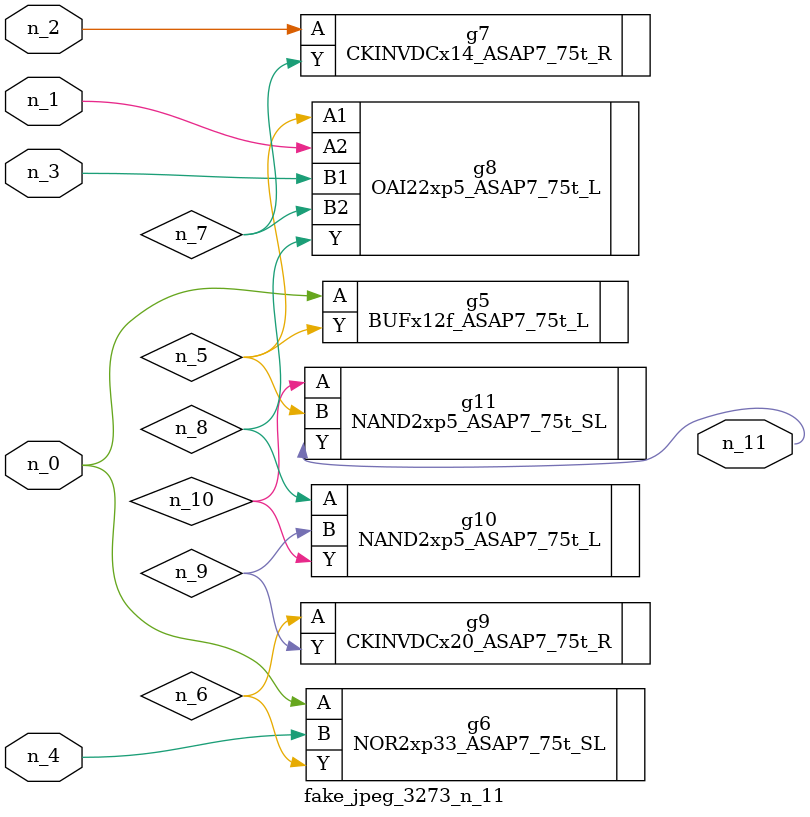
<source format=v>
module fake_jpeg_3273_n_11 (n_3, n_2, n_1, n_0, n_4, n_11);

input n_3;
input n_2;
input n_1;
input n_0;
input n_4;

output n_11;

wire n_10;
wire n_8;
wire n_9;
wire n_6;
wire n_5;
wire n_7;

BUFx12f_ASAP7_75t_L g5 ( 
.A(n_0),
.Y(n_5)
);

NOR2xp33_ASAP7_75t_SL g6 ( 
.A(n_0),
.B(n_4),
.Y(n_6)
);

CKINVDCx14_ASAP7_75t_R g7 ( 
.A(n_2),
.Y(n_7)
);

OAI22xp5_ASAP7_75t_L g8 ( 
.A1(n_5),
.A2(n_1),
.B1(n_3),
.B2(n_7),
.Y(n_8)
);

NAND2xp5_ASAP7_75t_L g10 ( 
.A(n_8),
.B(n_9),
.Y(n_10)
);

CKINVDCx20_ASAP7_75t_R g9 ( 
.A(n_6),
.Y(n_9)
);

NAND2xp5_ASAP7_75t_SL g11 ( 
.A(n_10),
.B(n_5),
.Y(n_11)
);


endmodule
</source>
